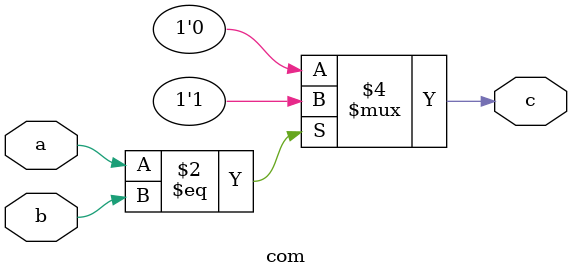
<source format=v>
module com(
    input wire a,
    input wire b,
    output reg c
    );

always @(*) begin
    if(a==b) c=1;
    else c=0;
end
endmodule
</source>
